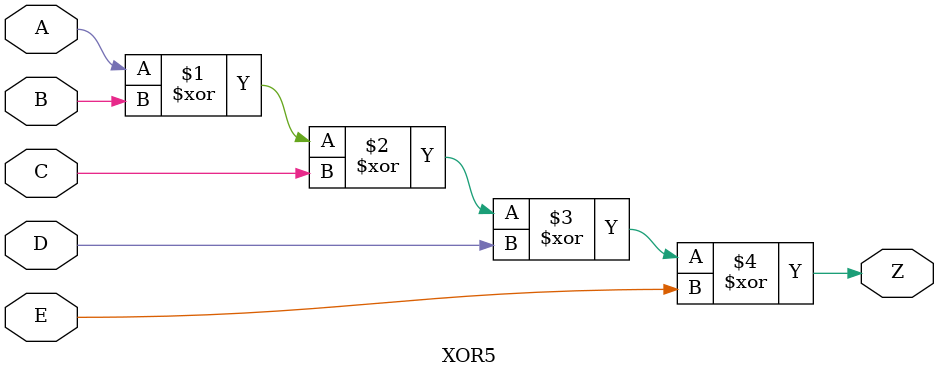
<source format=v>
`resetall
`timescale 1 ns / 1 ps

`celldefine

module XOR5 (A, B, C, D, E, Z);
  input A, B, C, D, E;
  output Z;

  xor (Z, A, B, C, D, E);


endmodule 

`endcelldefine

</source>
